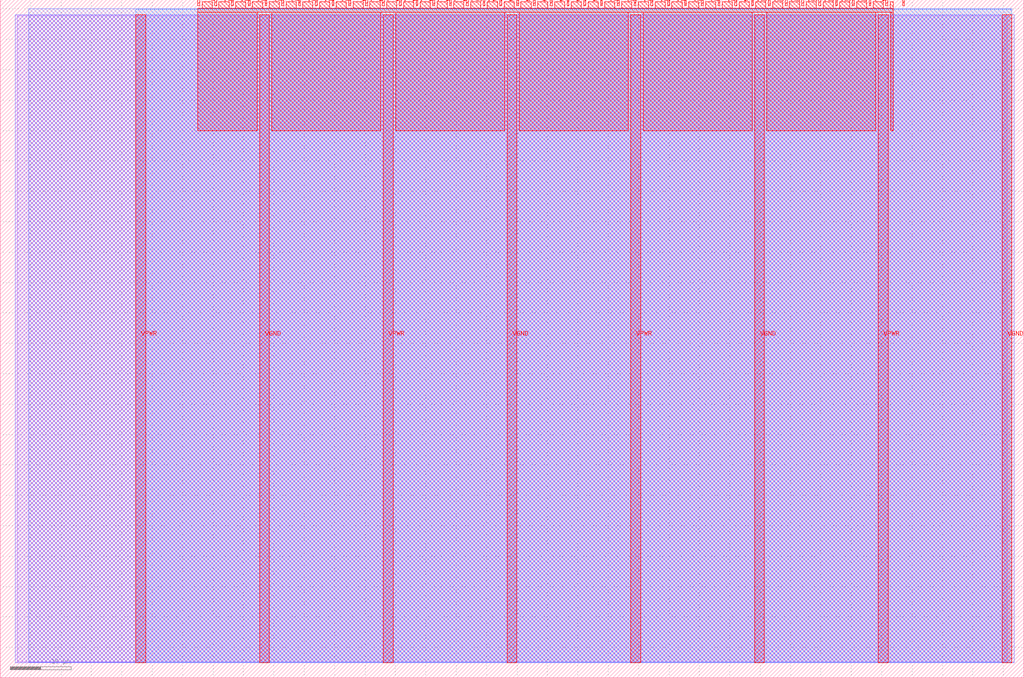
<source format=lef>
VERSION 5.7 ;
  NOWIREEXTENSIONATPIN ON ;
  DIVIDERCHAR "/" ;
  BUSBITCHARS "[]" ;
MACRO tt_um_wokwi_376553022662786049
  CLASS BLOCK ;
  FOREIGN tt_um_wokwi_376553022662786049 ;
  ORIGIN 0.000 0.000 ;
  SIZE 168.360 BY 111.520 ;
  PIN VGND
    DIRECTION INOUT ;
    USE GROUND ;
    PORT
      LAYER met4 ;
        RECT 42.670 2.480 44.270 109.040 ;
    END
    PORT
      LAYER met4 ;
        RECT 83.380 2.480 84.980 109.040 ;
    END
    PORT
      LAYER met4 ;
        RECT 124.090 2.480 125.690 109.040 ;
    END
    PORT
      LAYER met4 ;
        RECT 164.800 2.480 166.400 109.040 ;
    END
  END VGND
  PIN VPWR
    DIRECTION INOUT ;
    USE POWER ;
    PORT
      LAYER met4 ;
        RECT 22.315 2.480 23.915 109.040 ;
    END
    PORT
      LAYER met4 ;
        RECT 63.025 2.480 64.625 109.040 ;
    END
    PORT
      LAYER met4 ;
        RECT 103.735 2.480 105.335 109.040 ;
    END
    PORT
      LAYER met4 ;
        RECT 144.445 2.480 146.045 109.040 ;
    END
  END VPWR
  PIN clk
    DIRECTION INPUT ;
    USE SIGNAL ;
    ANTENNAGATEAREA 0.852000 ;
    PORT
      LAYER met4 ;
        RECT 145.670 110.520 145.970 111.520 ;
    END
  END clk
  PIN ena
    DIRECTION INPUT ;
    USE SIGNAL ;
    PORT
      LAYER met4 ;
        RECT 148.430 110.520 148.730 111.520 ;
    END
  END ena
  PIN rst_n
    DIRECTION INPUT ;
    USE SIGNAL ;
    PORT
      LAYER met4 ;
        RECT 142.910 110.520 143.210 111.520 ;
    END
  END rst_n
  PIN ui_in[0]
    DIRECTION INPUT ;
    USE SIGNAL ;
    ANTENNAGATEAREA 0.196500 ;
    PORT
      LAYER met4 ;
        RECT 140.150 110.520 140.450 111.520 ;
    END
  END ui_in[0]
  PIN ui_in[1]
    DIRECTION INPUT ;
    USE SIGNAL ;
    ANTENNAGATEAREA 0.196500 ;
    PORT
      LAYER met4 ;
        RECT 137.390 110.520 137.690 111.520 ;
    END
  END ui_in[1]
  PIN ui_in[2]
    DIRECTION INPUT ;
    USE SIGNAL ;
    ANTENNAGATEAREA 0.196500 ;
    PORT
      LAYER met4 ;
        RECT 134.630 110.520 134.930 111.520 ;
    END
  END ui_in[2]
  PIN ui_in[3]
    DIRECTION INPUT ;
    USE SIGNAL ;
    ANTENNAGATEAREA 0.196500 ;
    PORT
      LAYER met4 ;
        RECT 131.870 110.520 132.170 111.520 ;
    END
  END ui_in[3]
  PIN ui_in[4]
    DIRECTION INPUT ;
    USE SIGNAL ;
    ANTENNAGATEAREA 0.196500 ;
    PORT
      LAYER met4 ;
        RECT 129.110 110.520 129.410 111.520 ;
    END
  END ui_in[4]
  PIN ui_in[5]
    DIRECTION INPUT ;
    USE SIGNAL ;
    ANTENNAGATEAREA 0.196500 ;
    PORT
      LAYER met4 ;
        RECT 126.350 110.520 126.650 111.520 ;
    END
  END ui_in[5]
  PIN ui_in[6]
    DIRECTION INPUT ;
    USE SIGNAL ;
    ANTENNAGATEAREA 0.196500 ;
    PORT
      LAYER met4 ;
        RECT 123.590 110.520 123.890 111.520 ;
    END
  END ui_in[6]
  PIN ui_in[7]
    DIRECTION INPUT ;
    USE SIGNAL ;
    ANTENNAGATEAREA 0.196500 ;
    PORT
      LAYER met4 ;
        RECT 120.830 110.520 121.130 111.520 ;
    END
  END ui_in[7]
  PIN uio_in[0]
    DIRECTION INPUT ;
    USE SIGNAL ;
    PORT
      LAYER met4 ;
        RECT 118.070 110.520 118.370 111.520 ;
    END
  END uio_in[0]
  PIN uio_in[1]
    DIRECTION INPUT ;
    USE SIGNAL ;
    PORT
      LAYER met4 ;
        RECT 115.310 110.520 115.610 111.520 ;
    END
  END uio_in[1]
  PIN uio_in[2]
    DIRECTION INPUT ;
    USE SIGNAL ;
    PORT
      LAYER met4 ;
        RECT 112.550 110.520 112.850 111.520 ;
    END
  END uio_in[2]
  PIN uio_in[3]
    DIRECTION INPUT ;
    USE SIGNAL ;
    PORT
      LAYER met4 ;
        RECT 109.790 110.520 110.090 111.520 ;
    END
  END uio_in[3]
  PIN uio_in[4]
    DIRECTION INPUT ;
    USE SIGNAL ;
    PORT
      LAYER met4 ;
        RECT 107.030 110.520 107.330 111.520 ;
    END
  END uio_in[4]
  PIN uio_in[5]
    DIRECTION INPUT ;
    USE SIGNAL ;
    ANTENNAGATEAREA 0.196500 ;
    PORT
      LAYER met4 ;
        RECT 104.270 110.520 104.570 111.520 ;
    END
  END uio_in[5]
  PIN uio_in[6]
    DIRECTION INPUT ;
    USE SIGNAL ;
    ANTENNAGATEAREA 0.196500 ;
    PORT
      LAYER met4 ;
        RECT 101.510 110.520 101.810 111.520 ;
    END
  END uio_in[6]
  PIN uio_in[7]
    DIRECTION INPUT ;
    USE SIGNAL ;
    PORT
      LAYER met4 ;
        RECT 98.750 110.520 99.050 111.520 ;
    END
  END uio_in[7]
  PIN uio_oe[0]
    DIRECTION OUTPUT TRISTATE ;
    USE SIGNAL ;
    PORT
      LAYER met4 ;
        RECT 51.830 110.520 52.130 111.520 ;
    END
  END uio_oe[0]
  PIN uio_oe[1]
    DIRECTION OUTPUT TRISTATE ;
    USE SIGNAL ;
    PORT
      LAYER met4 ;
        RECT 49.070 110.520 49.370 111.520 ;
    END
  END uio_oe[1]
  PIN uio_oe[2]
    DIRECTION OUTPUT TRISTATE ;
    USE SIGNAL ;
    PORT
      LAYER met4 ;
        RECT 46.310 110.520 46.610 111.520 ;
    END
  END uio_oe[2]
  PIN uio_oe[3]
    DIRECTION OUTPUT TRISTATE ;
    USE SIGNAL ;
    PORT
      LAYER met4 ;
        RECT 43.550 110.520 43.850 111.520 ;
    END
  END uio_oe[3]
  PIN uio_oe[4]
    DIRECTION OUTPUT TRISTATE ;
    USE SIGNAL ;
    PORT
      LAYER met4 ;
        RECT 40.790 110.520 41.090 111.520 ;
    END
  END uio_oe[4]
  PIN uio_oe[5]
    DIRECTION OUTPUT TRISTATE ;
    USE SIGNAL ;
    PORT
      LAYER met4 ;
        RECT 38.030 110.520 38.330 111.520 ;
    END
  END uio_oe[5]
  PIN uio_oe[6]
    DIRECTION OUTPUT TRISTATE ;
    USE SIGNAL ;
    PORT
      LAYER met4 ;
        RECT 35.270 110.520 35.570 111.520 ;
    END
  END uio_oe[6]
  PIN uio_oe[7]
    DIRECTION OUTPUT TRISTATE ;
    USE SIGNAL ;
    PORT
      LAYER met4 ;
        RECT 32.510 110.520 32.810 111.520 ;
    END
  END uio_oe[7]
  PIN uio_out[0]
    DIRECTION OUTPUT TRISTATE ;
    USE SIGNAL ;
    ANTENNADIFFAREA 0.795200 ;
    PORT
      LAYER met4 ;
        RECT 73.910 110.520 74.210 111.520 ;
    END
  END uio_out[0]
  PIN uio_out[1]
    DIRECTION OUTPUT TRISTATE ;
    USE SIGNAL ;
    ANTENNADIFFAREA 0.795200 ;
    PORT
      LAYER met4 ;
        RECT 71.150 110.520 71.450 111.520 ;
    END
  END uio_out[1]
  PIN uio_out[2]
    DIRECTION OUTPUT TRISTATE ;
    USE SIGNAL ;
    ANTENNADIFFAREA 0.795200 ;
    PORT
      LAYER met4 ;
        RECT 68.390 110.520 68.690 111.520 ;
    END
  END uio_out[2]
  PIN uio_out[3]
    DIRECTION OUTPUT TRISTATE ;
    USE SIGNAL ;
    ANTENNADIFFAREA 0.795200 ;
    PORT
      LAYER met4 ;
        RECT 65.630 110.520 65.930 111.520 ;
    END
  END uio_out[3]
  PIN uio_out[4]
    DIRECTION OUTPUT TRISTATE ;
    USE SIGNAL ;
    ANTENNADIFFAREA 0.445500 ;
    PORT
      LAYER met4 ;
        RECT 62.870 110.520 63.170 111.520 ;
    END
  END uio_out[4]
  PIN uio_out[5]
    DIRECTION OUTPUT TRISTATE ;
    USE SIGNAL ;
    PORT
      LAYER met4 ;
        RECT 60.110 110.520 60.410 111.520 ;
    END
  END uio_out[5]
  PIN uio_out[6]
    DIRECTION OUTPUT TRISTATE ;
    USE SIGNAL ;
    PORT
      LAYER met4 ;
        RECT 57.350 110.520 57.650 111.520 ;
    END
  END uio_out[6]
  PIN uio_out[7]
    DIRECTION OUTPUT TRISTATE ;
    USE SIGNAL ;
    ANTENNADIFFAREA 0.795200 ;
    PORT
      LAYER met4 ;
        RECT 54.590 110.520 54.890 111.520 ;
    END
  END uio_out[7]
  PIN uo_out[0]
    DIRECTION OUTPUT TRISTATE ;
    USE SIGNAL ;
    ANTENNADIFFAREA 0.445500 ;
    PORT
      LAYER met4 ;
        RECT 95.990 110.520 96.290 111.520 ;
    END
  END uo_out[0]
  PIN uo_out[1]
    DIRECTION OUTPUT TRISTATE ;
    USE SIGNAL ;
    ANTENNADIFFAREA 0.445500 ;
    PORT
      LAYER met4 ;
        RECT 93.230 110.520 93.530 111.520 ;
    END
  END uo_out[1]
  PIN uo_out[2]
    DIRECTION OUTPUT TRISTATE ;
    USE SIGNAL ;
    ANTENNADIFFAREA 0.795200 ;
    PORT
      LAYER met4 ;
        RECT 90.470 110.520 90.770 111.520 ;
    END
  END uo_out[2]
  PIN uo_out[3]
    DIRECTION OUTPUT TRISTATE ;
    USE SIGNAL ;
    ANTENNADIFFAREA 0.445500 ;
    PORT
      LAYER met4 ;
        RECT 87.710 110.520 88.010 111.520 ;
    END
  END uo_out[3]
  PIN uo_out[4]
    DIRECTION OUTPUT TRISTATE ;
    USE SIGNAL ;
    ANTENNADIFFAREA 0.445500 ;
    PORT
      LAYER met4 ;
        RECT 84.950 110.520 85.250 111.520 ;
    END
  END uo_out[4]
  PIN uo_out[5]
    DIRECTION OUTPUT TRISTATE ;
    USE SIGNAL ;
    ANTENNADIFFAREA 0.445500 ;
    PORT
      LAYER met4 ;
        RECT 82.190 110.520 82.490 111.520 ;
    END
  END uo_out[5]
  PIN uo_out[6]
    DIRECTION OUTPUT TRISTATE ;
    USE SIGNAL ;
    ANTENNADIFFAREA 0.795200 ;
    PORT
      LAYER met4 ;
        RECT 79.430 110.520 79.730 111.520 ;
    END
  END uo_out[6]
  PIN uo_out[7]
    DIRECTION OUTPUT TRISTATE ;
    USE SIGNAL ;
    ANTENNADIFFAREA 0.445500 ;
    PORT
      LAYER met4 ;
        RECT 76.670 110.520 76.970 111.520 ;
    END
  END uo_out[7]
  OBS
      LAYER li1 ;
        RECT 2.760 2.635 165.600 108.885 ;
      LAYER met1 ;
        RECT 2.460 2.480 166.820 109.040 ;
      LAYER met2 ;
        RECT 4.700 2.535 166.370 110.005 ;
      LAYER met3 ;
        RECT 22.325 2.555 166.390 109.985 ;
      LAYER met4 ;
        RECT 33.210 110.120 34.870 111.170 ;
        RECT 35.970 110.120 37.630 111.170 ;
        RECT 38.730 110.120 40.390 111.170 ;
        RECT 41.490 110.120 43.150 111.170 ;
        RECT 44.250 110.120 45.910 111.170 ;
        RECT 47.010 110.120 48.670 111.170 ;
        RECT 49.770 110.120 51.430 111.170 ;
        RECT 52.530 110.120 54.190 111.170 ;
        RECT 55.290 110.120 56.950 111.170 ;
        RECT 58.050 110.120 59.710 111.170 ;
        RECT 60.810 110.120 62.470 111.170 ;
        RECT 63.570 110.120 65.230 111.170 ;
        RECT 66.330 110.120 67.990 111.170 ;
        RECT 69.090 110.120 70.750 111.170 ;
        RECT 71.850 110.120 73.510 111.170 ;
        RECT 74.610 110.120 76.270 111.170 ;
        RECT 77.370 110.120 79.030 111.170 ;
        RECT 80.130 110.120 81.790 111.170 ;
        RECT 82.890 110.120 84.550 111.170 ;
        RECT 85.650 110.120 87.310 111.170 ;
        RECT 88.410 110.120 90.070 111.170 ;
        RECT 91.170 110.120 92.830 111.170 ;
        RECT 93.930 110.120 95.590 111.170 ;
        RECT 96.690 110.120 98.350 111.170 ;
        RECT 99.450 110.120 101.110 111.170 ;
        RECT 102.210 110.120 103.870 111.170 ;
        RECT 104.970 110.120 106.630 111.170 ;
        RECT 107.730 110.120 109.390 111.170 ;
        RECT 110.490 110.120 112.150 111.170 ;
        RECT 113.250 110.120 114.910 111.170 ;
        RECT 116.010 110.120 117.670 111.170 ;
        RECT 118.770 110.120 120.430 111.170 ;
        RECT 121.530 110.120 123.190 111.170 ;
        RECT 124.290 110.120 125.950 111.170 ;
        RECT 127.050 110.120 128.710 111.170 ;
        RECT 129.810 110.120 131.470 111.170 ;
        RECT 132.570 110.120 134.230 111.170 ;
        RECT 135.330 110.120 136.990 111.170 ;
        RECT 138.090 110.120 139.750 111.170 ;
        RECT 140.850 110.120 142.510 111.170 ;
        RECT 143.610 110.120 145.270 111.170 ;
        RECT 146.370 110.120 146.905 111.170 ;
        RECT 32.495 109.440 146.905 110.120 ;
        RECT 32.495 89.935 42.270 109.440 ;
        RECT 44.670 89.935 62.625 109.440 ;
        RECT 65.025 89.935 82.980 109.440 ;
        RECT 85.380 89.935 103.335 109.440 ;
        RECT 105.735 89.935 123.690 109.440 ;
        RECT 126.090 89.935 144.045 109.440 ;
        RECT 146.445 89.935 146.905 109.440 ;
  END
END tt_um_wokwi_376553022662786049
END LIBRARY


</source>
